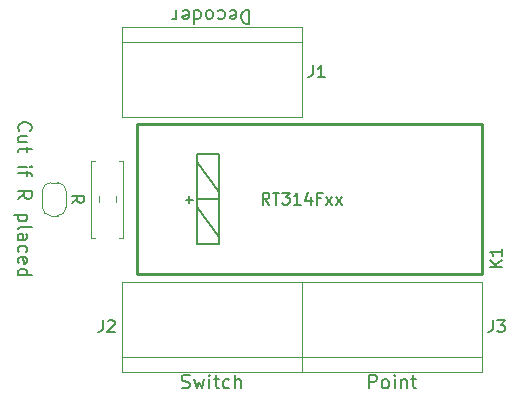
<source format=gto>
G04 #@! TF.GenerationSoftware,KiCad,Pcbnew,(5.1.4)-1*
G04 #@! TF.CreationDate,2019-09-09T12:01:52+02:00*
G04 #@! TF.ProjectId,SwitchRelay,53776974-6368-4526-956c-61792e6b6963,1.0*
G04 #@! TF.SameCoordinates,Original*
G04 #@! TF.FileFunction,Legend,Top*
G04 #@! TF.FilePolarity,Positive*
%FSLAX46Y46*%
G04 Gerber Fmt 4.6, Leading zero omitted, Abs format (unit mm)*
G04 Created by KiCad (PCBNEW (5.1.4)-1) date 2019-09-09 12:01:52*
%MOMM*%
%LPD*%
G04 APERTURE LIST*
%ADD10C,0.203200*%
%ADD11C,0.120000*%
%ADD12C,0.150000*%
%ADD13C,0.254000*%
%ADD14C,0.152400*%
G04 APERTURE END LIST*
D10*
X117696785Y-110408357D02*
X117642357Y-110353928D01*
X117587928Y-110190642D01*
X117587928Y-110081785D01*
X117642357Y-109918500D01*
X117751214Y-109809642D01*
X117860071Y-109755214D01*
X118077785Y-109700785D01*
X118241071Y-109700785D01*
X118458785Y-109755214D01*
X118567642Y-109809642D01*
X118676500Y-109918500D01*
X118730928Y-110081785D01*
X118730928Y-110190642D01*
X118676500Y-110353928D01*
X118622071Y-110408357D01*
X118349928Y-111388071D02*
X117587928Y-111388071D01*
X118349928Y-110898214D02*
X117751214Y-110898214D01*
X117642357Y-110952642D01*
X117587928Y-111061500D01*
X117587928Y-111224785D01*
X117642357Y-111333642D01*
X117696785Y-111388071D01*
X118349928Y-111769071D02*
X118349928Y-112204500D01*
X118730928Y-111932357D02*
X117751214Y-111932357D01*
X117642357Y-111986785D01*
X117587928Y-112095642D01*
X117587928Y-112204500D01*
X117587928Y-113456357D02*
X118349928Y-113456357D01*
X118730928Y-113456357D02*
X118676500Y-113401928D01*
X118622071Y-113456357D01*
X118676500Y-113510785D01*
X118730928Y-113456357D01*
X118622071Y-113456357D01*
X118349928Y-113837357D02*
X118349928Y-114272785D01*
X117587928Y-114000642D02*
X118567642Y-114000642D01*
X118676500Y-114055071D01*
X118730928Y-114163928D01*
X118730928Y-114272785D01*
X117587928Y-116177785D02*
X118132214Y-115796785D01*
X117587928Y-115524642D02*
X118730928Y-115524642D01*
X118730928Y-115960071D01*
X118676500Y-116068928D01*
X118622071Y-116123357D01*
X118513214Y-116177785D01*
X118349928Y-116177785D01*
X118241071Y-116123357D01*
X118186642Y-116068928D01*
X118132214Y-115960071D01*
X118132214Y-115524642D01*
X118349928Y-117538500D02*
X117206928Y-117538500D01*
X118295500Y-117538500D02*
X118349928Y-117647357D01*
X118349928Y-117865071D01*
X118295500Y-117973928D01*
X118241071Y-118028357D01*
X118132214Y-118082785D01*
X117805642Y-118082785D01*
X117696785Y-118028357D01*
X117642357Y-117973928D01*
X117587928Y-117865071D01*
X117587928Y-117647357D01*
X117642357Y-117538500D01*
X117587928Y-118735928D02*
X117642357Y-118627071D01*
X117751214Y-118572642D01*
X118730928Y-118572642D01*
X117587928Y-119661214D02*
X118186642Y-119661214D01*
X118295500Y-119606785D01*
X118349928Y-119497928D01*
X118349928Y-119280214D01*
X118295500Y-119171357D01*
X117642357Y-119661214D02*
X117587928Y-119552357D01*
X117587928Y-119280214D01*
X117642357Y-119171357D01*
X117751214Y-119116928D01*
X117860071Y-119116928D01*
X117968928Y-119171357D01*
X118023357Y-119280214D01*
X118023357Y-119552357D01*
X118077785Y-119661214D01*
X117642357Y-120695357D02*
X117587928Y-120586500D01*
X117587928Y-120368785D01*
X117642357Y-120259928D01*
X117696785Y-120205500D01*
X117805642Y-120151071D01*
X118132214Y-120151071D01*
X118241071Y-120205500D01*
X118295500Y-120259928D01*
X118349928Y-120368785D01*
X118349928Y-120586500D01*
X118295500Y-120695357D01*
X117642357Y-121620642D02*
X117587928Y-121511785D01*
X117587928Y-121294071D01*
X117642357Y-121185214D01*
X117751214Y-121130785D01*
X118186642Y-121130785D01*
X118295500Y-121185214D01*
X118349928Y-121294071D01*
X118349928Y-121511785D01*
X118295500Y-121620642D01*
X118186642Y-121675071D01*
X118077785Y-121675071D01*
X117968928Y-121130785D01*
X117587928Y-122654785D02*
X118730928Y-122654785D01*
X117642357Y-122654785D02*
X117587928Y-122545928D01*
X117587928Y-122328214D01*
X117642357Y-122219357D01*
X117696785Y-122164928D01*
X117805642Y-122110500D01*
X118132214Y-122110500D01*
X118241071Y-122164928D01*
X118295500Y-122219357D01*
X118349928Y-122328214D01*
X118349928Y-122545928D01*
X118295500Y-122654785D01*
D11*
X126365000Y-130810000D02*
X141605000Y-130810000D01*
X126365000Y-123190000D02*
X141605000Y-123190000D01*
X126365000Y-129540000D02*
X141605000Y-129540000D01*
X141605000Y-130810000D02*
X141605000Y-123190000D01*
X126365000Y-130810000D02*
X126365000Y-123190000D01*
D12*
X132715000Y-113030000D02*
X134620000Y-115570000D01*
X132715000Y-116205000D02*
X132715000Y-112395000D01*
X132715000Y-112395000D02*
X134620000Y-112395000D01*
X134620000Y-116205000D02*
X134620000Y-113030000D01*
X134620000Y-112395000D02*
X134620000Y-116205000D01*
X134620000Y-120015000D02*
X134620000Y-116840000D01*
X132715000Y-116840000D02*
X134620000Y-119380000D01*
X134620000Y-116205000D02*
X134620000Y-120015000D01*
X132715000Y-120015000D02*
X132715000Y-116205000D01*
X134620000Y-120015000D02*
X132715000Y-120015000D01*
X132715000Y-116205000D02*
X134620000Y-116205000D01*
D13*
X127635000Y-122555000D02*
X127635000Y-109855000D01*
X156845000Y-122555000D02*
X127635000Y-122555000D01*
X156845000Y-109855000D02*
X156845000Y-122555000D01*
X127635000Y-109855000D02*
X156845000Y-109855000D01*
D11*
X141605000Y-101600000D02*
X126365000Y-101600000D01*
X141605000Y-109220000D02*
X126365000Y-109220000D01*
X141605000Y-102870000D02*
X126365000Y-102870000D01*
X126365000Y-101600000D02*
X126365000Y-109220000D01*
X141605000Y-101600000D02*
X141605000Y-109220000D01*
X124425000Y-115946422D02*
X124425000Y-116463578D01*
X125845000Y-115946422D02*
X125845000Y-116463578D01*
X123765000Y-119475000D02*
X124095000Y-119475000D01*
X123765000Y-112935000D02*
X123765000Y-119475000D01*
X124095000Y-112935000D02*
X123765000Y-112935000D01*
X126505000Y-119475000D02*
X126175000Y-119475000D01*
X126505000Y-112935000D02*
X126505000Y-119475000D01*
X126175000Y-112935000D02*
X126505000Y-112935000D01*
X119650000Y-116905000D02*
X119650000Y-115505000D01*
X120350000Y-114805000D02*
X120950000Y-114805000D01*
X121650000Y-115505000D02*
X121650000Y-116905000D01*
X120950000Y-117605000D02*
X120350000Y-117605000D01*
X120350000Y-117605000D02*
G75*
G02X119650000Y-116905000I0J700000D01*
G01*
X121650000Y-116905000D02*
G75*
G02X120950000Y-117605000I-700000J0D01*
G01*
X120950000Y-114805000D02*
G75*
G02X121650000Y-115505000I0J-700000D01*
G01*
X119650000Y-115505000D02*
G75*
G02X120350000Y-114805000I700000J0D01*
G01*
X141605000Y-130810000D02*
X156845000Y-130810000D01*
X141605000Y-123190000D02*
X156845000Y-123190000D01*
X141605000Y-129540000D02*
X156845000Y-129540000D01*
X156845000Y-130810000D02*
X156845000Y-123190000D01*
X141605000Y-130810000D02*
X141605000Y-123190000D01*
D12*
X124761666Y-126452380D02*
X124761666Y-127166666D01*
X124714047Y-127309523D01*
X124618809Y-127404761D01*
X124475952Y-127452380D01*
X124380714Y-127452380D01*
X125190238Y-126547619D02*
X125237857Y-126500000D01*
X125333095Y-126452380D01*
X125571190Y-126452380D01*
X125666428Y-126500000D01*
X125714047Y-126547619D01*
X125761666Y-126642857D01*
X125761666Y-126738095D01*
X125714047Y-126880952D01*
X125142619Y-127452380D01*
X125761666Y-127452380D01*
D10*
X131454071Y-132161642D02*
X131617357Y-132216071D01*
X131889500Y-132216071D01*
X131998357Y-132161642D01*
X132052785Y-132107214D01*
X132107214Y-131998357D01*
X132107214Y-131889500D01*
X132052785Y-131780642D01*
X131998357Y-131726214D01*
X131889500Y-131671785D01*
X131671785Y-131617357D01*
X131562928Y-131562928D01*
X131508500Y-131508500D01*
X131454071Y-131399642D01*
X131454071Y-131290785D01*
X131508500Y-131181928D01*
X131562928Y-131127500D01*
X131671785Y-131073071D01*
X131943928Y-131073071D01*
X132107214Y-131127500D01*
X132488214Y-131454071D02*
X132705928Y-132216071D01*
X132923642Y-131671785D01*
X133141357Y-132216071D01*
X133359071Y-131454071D01*
X133794500Y-132216071D02*
X133794500Y-131454071D01*
X133794500Y-131073071D02*
X133740071Y-131127500D01*
X133794500Y-131181928D01*
X133848928Y-131127500D01*
X133794500Y-131073071D01*
X133794500Y-131181928D01*
X134175500Y-131454071D02*
X134610928Y-131454071D01*
X134338785Y-131073071D02*
X134338785Y-132052785D01*
X134393214Y-132161642D01*
X134502071Y-132216071D01*
X134610928Y-132216071D01*
X135481785Y-132161642D02*
X135372928Y-132216071D01*
X135155214Y-132216071D01*
X135046357Y-132161642D01*
X134991928Y-132107214D01*
X134937500Y-131998357D01*
X134937500Y-131671785D01*
X134991928Y-131562928D01*
X135046357Y-131508500D01*
X135155214Y-131454071D01*
X135372928Y-131454071D01*
X135481785Y-131508500D01*
X135971642Y-132216071D02*
X135971642Y-131073071D01*
X136461500Y-132216071D02*
X136461500Y-131617357D01*
X136407071Y-131508500D01*
X136298214Y-131454071D01*
X136134928Y-131454071D01*
X136026071Y-131508500D01*
X135971642Y-131562928D01*
D12*
X158557380Y-121943095D02*
X157557380Y-121943095D01*
X158557380Y-121371666D02*
X157985952Y-121800238D01*
X157557380Y-121371666D02*
X158128809Y-121943095D01*
X158557380Y-120419285D02*
X158557380Y-120990714D01*
X158557380Y-120705000D02*
X157557380Y-120705000D01*
X157700238Y-120800238D01*
X157795476Y-120895476D01*
X157843095Y-120990714D01*
X138866904Y-116657380D02*
X138533571Y-116181190D01*
X138295476Y-116657380D02*
X138295476Y-115657380D01*
X138676428Y-115657380D01*
X138771666Y-115705000D01*
X138819285Y-115752619D01*
X138866904Y-115847857D01*
X138866904Y-115990714D01*
X138819285Y-116085952D01*
X138771666Y-116133571D01*
X138676428Y-116181190D01*
X138295476Y-116181190D01*
X139152619Y-115657380D02*
X139724047Y-115657380D01*
X139438333Y-116657380D02*
X139438333Y-115657380D01*
X139962142Y-115657380D02*
X140581190Y-115657380D01*
X140247857Y-116038333D01*
X140390714Y-116038333D01*
X140485952Y-116085952D01*
X140533571Y-116133571D01*
X140581190Y-116228809D01*
X140581190Y-116466904D01*
X140533571Y-116562142D01*
X140485952Y-116609761D01*
X140390714Y-116657380D01*
X140105000Y-116657380D01*
X140009761Y-116609761D01*
X139962142Y-116562142D01*
X141533571Y-116657380D02*
X140962142Y-116657380D01*
X141247857Y-116657380D02*
X141247857Y-115657380D01*
X141152619Y-115800238D01*
X141057380Y-115895476D01*
X140962142Y-115943095D01*
X142390714Y-115990714D02*
X142390714Y-116657380D01*
X142152619Y-115609761D02*
X141914523Y-116324047D01*
X142533571Y-116324047D01*
X143247857Y-116133571D02*
X142914523Y-116133571D01*
X142914523Y-116657380D02*
X142914523Y-115657380D01*
X143390714Y-115657380D01*
X143676428Y-116657380D02*
X144200238Y-115990714D01*
X143676428Y-115990714D02*
X144200238Y-116657380D01*
X144485952Y-116657380D02*
X145009761Y-115990714D01*
X144485952Y-115990714D02*
X145009761Y-116657380D01*
D14*
X131789714Y-116259428D02*
X132370285Y-116259428D01*
X132080000Y-116549714D02*
X132080000Y-115969142D01*
D12*
X142541666Y-104862380D02*
X142541666Y-105576666D01*
X142494047Y-105719523D01*
X142398809Y-105814761D01*
X142255952Y-105862380D01*
X142160714Y-105862380D01*
X143541666Y-105862380D02*
X142970238Y-105862380D01*
X143255952Y-105862380D02*
X143255952Y-104862380D01*
X143160714Y-105005238D01*
X143065476Y-105100476D01*
X142970238Y-105148095D01*
D10*
X137141857Y-100193928D02*
X137141857Y-101336928D01*
X136869714Y-101336928D01*
X136706428Y-101282500D01*
X136597571Y-101173642D01*
X136543142Y-101064785D01*
X136488714Y-100847071D01*
X136488714Y-100683785D01*
X136543142Y-100466071D01*
X136597571Y-100357214D01*
X136706428Y-100248357D01*
X136869714Y-100193928D01*
X137141857Y-100193928D01*
X135563428Y-100248357D02*
X135672285Y-100193928D01*
X135890000Y-100193928D01*
X135998857Y-100248357D01*
X136053285Y-100357214D01*
X136053285Y-100792642D01*
X135998857Y-100901500D01*
X135890000Y-100955928D01*
X135672285Y-100955928D01*
X135563428Y-100901500D01*
X135509000Y-100792642D01*
X135509000Y-100683785D01*
X136053285Y-100574928D01*
X134529285Y-100248357D02*
X134638142Y-100193928D01*
X134855857Y-100193928D01*
X134964714Y-100248357D01*
X135019142Y-100302785D01*
X135073571Y-100411642D01*
X135073571Y-100738214D01*
X135019142Y-100847071D01*
X134964714Y-100901500D01*
X134855857Y-100955928D01*
X134638142Y-100955928D01*
X134529285Y-100901500D01*
X133876142Y-100193928D02*
X133985000Y-100248357D01*
X134039428Y-100302785D01*
X134093857Y-100411642D01*
X134093857Y-100738214D01*
X134039428Y-100847071D01*
X133985000Y-100901500D01*
X133876142Y-100955928D01*
X133712857Y-100955928D01*
X133604000Y-100901500D01*
X133549571Y-100847071D01*
X133495142Y-100738214D01*
X133495142Y-100411642D01*
X133549571Y-100302785D01*
X133604000Y-100248357D01*
X133712857Y-100193928D01*
X133876142Y-100193928D01*
X132515428Y-100193928D02*
X132515428Y-101336928D01*
X132515428Y-100248357D02*
X132624285Y-100193928D01*
X132842000Y-100193928D01*
X132950857Y-100248357D01*
X133005285Y-100302785D01*
X133059714Y-100411642D01*
X133059714Y-100738214D01*
X133005285Y-100847071D01*
X132950857Y-100901500D01*
X132842000Y-100955928D01*
X132624285Y-100955928D01*
X132515428Y-100901500D01*
X131535714Y-100248357D02*
X131644571Y-100193928D01*
X131862285Y-100193928D01*
X131971142Y-100248357D01*
X132025571Y-100357214D01*
X132025571Y-100792642D01*
X131971142Y-100901500D01*
X131862285Y-100955928D01*
X131644571Y-100955928D01*
X131535714Y-100901500D01*
X131481285Y-100792642D01*
X131481285Y-100683785D01*
X132025571Y-100574928D01*
X130991428Y-100193928D02*
X130991428Y-100955928D01*
X130991428Y-100738214D02*
X130937000Y-100847071D01*
X130882571Y-100901500D01*
X130773714Y-100955928D01*
X130664857Y-100955928D01*
D12*
X122142619Y-116514523D02*
X122618809Y-116181190D01*
X122142619Y-115943095D02*
X123142619Y-115943095D01*
X123142619Y-116324047D01*
X123095000Y-116419285D01*
X123047380Y-116466904D01*
X122952142Y-116514523D01*
X122809285Y-116514523D01*
X122714047Y-116466904D01*
X122666428Y-116419285D01*
X122618809Y-116324047D01*
X122618809Y-115943095D01*
X157781666Y-126452380D02*
X157781666Y-127166666D01*
X157734047Y-127309523D01*
X157638809Y-127404761D01*
X157495952Y-127452380D01*
X157400714Y-127452380D01*
X158162619Y-126452380D02*
X158781666Y-126452380D01*
X158448333Y-126833333D01*
X158591190Y-126833333D01*
X158686428Y-126880952D01*
X158734047Y-126928571D01*
X158781666Y-127023809D01*
X158781666Y-127261904D01*
X158734047Y-127357142D01*
X158686428Y-127404761D01*
X158591190Y-127452380D01*
X158305476Y-127452380D01*
X158210238Y-127404761D01*
X158162619Y-127357142D01*
D10*
X147292785Y-132216071D02*
X147292785Y-131073071D01*
X147728214Y-131073071D01*
X147837071Y-131127500D01*
X147891500Y-131181928D01*
X147945928Y-131290785D01*
X147945928Y-131454071D01*
X147891500Y-131562928D01*
X147837071Y-131617357D01*
X147728214Y-131671785D01*
X147292785Y-131671785D01*
X148599071Y-132216071D02*
X148490214Y-132161642D01*
X148435785Y-132107214D01*
X148381357Y-131998357D01*
X148381357Y-131671785D01*
X148435785Y-131562928D01*
X148490214Y-131508500D01*
X148599071Y-131454071D01*
X148762357Y-131454071D01*
X148871214Y-131508500D01*
X148925642Y-131562928D01*
X148980071Y-131671785D01*
X148980071Y-131998357D01*
X148925642Y-132107214D01*
X148871214Y-132161642D01*
X148762357Y-132216071D01*
X148599071Y-132216071D01*
X149469928Y-132216071D02*
X149469928Y-131454071D01*
X149469928Y-131073071D02*
X149415500Y-131127500D01*
X149469928Y-131181928D01*
X149524357Y-131127500D01*
X149469928Y-131073071D01*
X149469928Y-131181928D01*
X150014214Y-131454071D02*
X150014214Y-132216071D01*
X150014214Y-131562928D02*
X150068642Y-131508500D01*
X150177500Y-131454071D01*
X150340785Y-131454071D01*
X150449642Y-131508500D01*
X150504071Y-131617357D01*
X150504071Y-132216071D01*
X150885071Y-131454071D02*
X151320500Y-131454071D01*
X151048357Y-131073071D02*
X151048357Y-132052785D01*
X151102785Y-132161642D01*
X151211642Y-132216071D01*
X151320500Y-132216071D01*
M02*

</source>
